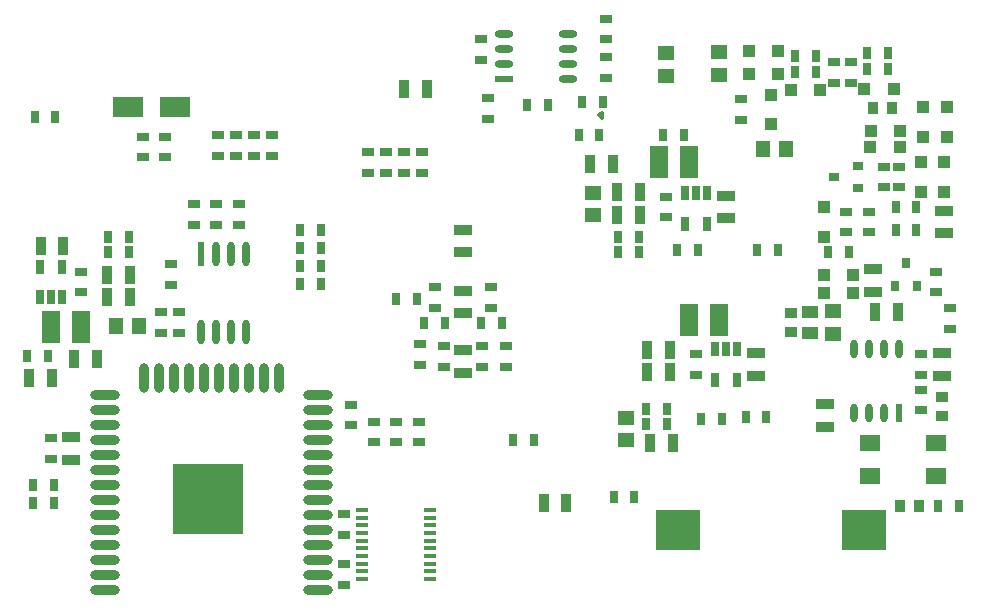
<source format=gbp>
G04 #@! TF.GenerationSoftware,KiCad,Pcbnew,5.0.0-rc2+dfsg1-3*
G04 #@! TF.CreationDate,2018-07-05T03:27:10+02:00*
G04 #@! TF.ProjectId,ulx3s,756C7833732E6B696361645F70636200,rev?*
G04 #@! TF.SameCoordinates,Original*
G04 #@! TF.FileFunction,Paste,Bot*
G04 #@! TF.FilePolarity,Positive*
%FSLAX46Y46*%
G04 Gerber Fmt 4.6, Leading zero omitted, Abs format (unit mm)*
G04 Created by KiCad (PCBNEW 5.0.0-rc2+dfsg1-3) date Thu Jul  5 03:27:10 2018*
%MOMM*%
%LPD*%
G01*
G04 APERTURE LIST*
%ADD10C,0.350000*%
%ADD11R,3.700000X3.500000*%
%ADD12R,1.550000X0.600000*%
%ADD13O,1.550000X0.600000*%
%ADD14R,0.600000X2.100000*%
%ADD15O,0.600000X2.100000*%
%ADD16R,0.600000X1.550000*%
%ADD17O,0.600000X1.550000*%
%ADD18R,1.000000X0.400000*%
%ADD19R,0.700000X1.200000*%
%ADD20O,2.500000X0.900000*%
%ADD21O,0.900000X2.500000*%
%ADD22R,6.000000X6.000000*%
%ADD23R,1.800000X1.400000*%
%ADD24R,0.970000X1.500000*%
%ADD25R,0.670000X1.000000*%
%ADD26R,1.500000X0.970000*%
%ADD27R,1.000000X0.670000*%
%ADD28R,1.000000X1.000000*%
%ADD29R,1.500000X2.700000*%
%ADD30R,1.295000X1.400000*%
%ADD31R,1.400000X1.295000*%
%ADD32R,2.500000X1.800000*%
%ADD33R,0.800000X0.900000*%
%ADD34R,0.900000X0.800000*%
%ADD35R,0.820000X1.000000*%
%ADD36R,1.000000X0.820000*%
%ADD37R,1.400000X1.120000*%
G04 APERTURE END LIST*
D10*
G04 #@! TO.C,GPDI1*
X150296000Y-71062000D02*
X150046000Y-70812000D01*
X150046000Y-70812000D02*
X150296000Y-70562000D01*
X150296000Y-70562000D02*
X150296000Y-71062000D01*
G04 #@! TD*
D11*
G04 #@! TO.C,BAT1*
X172485000Y-105870000D03*
X156685000Y-105870000D03*
G04 #@! TD*
D12*
G04 #@! TO.C,U11*
X141980000Y-67706500D03*
D13*
X141980000Y-66436500D03*
X141980000Y-65166500D03*
X141980000Y-63896500D03*
X147380000Y-63896500D03*
X147380000Y-65166500D03*
X147380000Y-66436500D03*
X147380000Y-67706500D03*
G04 #@! TD*
D14*
G04 #@! TO.C,U10*
X116340000Y-82520000D03*
D15*
X117610000Y-82520000D03*
X118880000Y-82520000D03*
X120150000Y-82520000D03*
X120150000Y-89124000D03*
X118880000Y-89124000D03*
X117610000Y-89124000D03*
X116340000Y-89124000D03*
G04 #@! TD*
D16*
G04 #@! TO.C,U7*
X175395000Y-96015000D03*
D17*
X174125000Y-96015000D03*
X172855000Y-96015000D03*
X171585000Y-96015000D03*
X171585000Y-90615000D03*
X172855000Y-90615000D03*
X174125000Y-90615000D03*
X175395000Y-90615000D03*
G04 #@! TD*
D18*
G04 #@! TO.C,U6*
X129935000Y-104215000D03*
X129935000Y-104865000D03*
X129935000Y-105515000D03*
X129935000Y-106165000D03*
X129935000Y-106815000D03*
X129935000Y-107465000D03*
X129935000Y-108115000D03*
X129935000Y-108765000D03*
X129935000Y-109415000D03*
X129935000Y-110065000D03*
X135735000Y-110065000D03*
X135735000Y-109415000D03*
X135735000Y-108765000D03*
X135735000Y-108115000D03*
X135735000Y-107465000D03*
X135735000Y-106815000D03*
X135735000Y-106165000D03*
X135735000Y-105515000D03*
X135735000Y-104865000D03*
X135735000Y-104215000D03*
G04 #@! TD*
D19*
G04 #@! TO.C,U5*
X157285000Y-77392000D03*
X158235000Y-77392000D03*
X159185000Y-77392000D03*
X159185000Y-79992000D03*
X157285000Y-79992000D03*
G04 #@! TD*
G04 #@! TO.C,U3*
X159825000Y-90600000D03*
X160775000Y-90600000D03*
X161725000Y-90600000D03*
X161725000Y-93200000D03*
X159825000Y-93200000D03*
G04 #@! TD*
G04 #@! TO.C,U4*
X104575000Y-86215000D03*
X103625000Y-86215000D03*
X102675000Y-86215000D03*
X102675000Y-83615000D03*
X104575000Y-83615000D03*
G04 #@! TD*
D20*
G04 #@! TO.C,U9*
X126230000Y-111000000D03*
X126230000Y-109730000D03*
X126230000Y-108460000D03*
X126230000Y-107190000D03*
X126230000Y-105920000D03*
X126230000Y-104650000D03*
X126230000Y-103380000D03*
X126230000Y-102110000D03*
X126230000Y-100840000D03*
X126230000Y-99570000D03*
X126230000Y-98300000D03*
X126230000Y-97030000D03*
X126230000Y-95760000D03*
X126230000Y-94490000D03*
D21*
X122945000Y-93000000D03*
X121675000Y-93000000D03*
X120405000Y-93000000D03*
X119135000Y-93000000D03*
X117865000Y-93000000D03*
X116595000Y-93000000D03*
X115325000Y-93000000D03*
X114055000Y-93000000D03*
X112785000Y-93000000D03*
X111515000Y-93000000D03*
D20*
X108230000Y-94490000D03*
X108230000Y-95760000D03*
X108230000Y-97030000D03*
X108230000Y-98300000D03*
X108230000Y-99570000D03*
X108230000Y-100840000D03*
X108230000Y-102110000D03*
X108230000Y-103380000D03*
X108230000Y-104650000D03*
X108230000Y-105920000D03*
X108230000Y-107190000D03*
X108230000Y-108460000D03*
X108230000Y-109730000D03*
X108230000Y-111000000D03*
D22*
X116930000Y-103300000D03*
G04 #@! TD*
D23*
G04 #@! TO.C,Y2*
X178576000Y-98522000D03*
X172976000Y-98522000D03*
X172976000Y-101322000D03*
X178576000Y-101322000D03*
G04 #@! TD*
D24*
G04 #@! TO.C,C47*
X133546000Y-68550000D03*
X135456000Y-68550000D03*
G04 #@! TD*
G04 #@! TO.C,C1*
X102748500Y-81885000D03*
X104658500Y-81885000D03*
G04 #@! TD*
D25*
G04 #@! TO.C,C2*
X153985000Y-96910000D03*
X155735000Y-96910000D03*
G04 #@! TD*
D24*
G04 #@! TO.C,C3*
X156015000Y-90630000D03*
X154105000Y-90630000D03*
G04 #@! TD*
G04 #@! TO.C,C4*
X154105000Y-92535000D03*
X156015000Y-92535000D03*
G04 #@! TD*
D26*
G04 #@! TO.C,C5*
X163315000Y-90945000D03*
X163315000Y-92855000D03*
G04 #@! TD*
D25*
G04 #@! TO.C,C6*
X151645000Y-82375000D03*
X153395000Y-82375000D03*
G04 #@! TD*
D24*
G04 #@! TO.C,C7*
X153475000Y-79200000D03*
X151565000Y-79200000D03*
G04 #@! TD*
G04 #@! TO.C,C8*
X153475000Y-77295000D03*
X151565000Y-77295000D03*
G04 #@! TD*
D26*
G04 #@! TO.C,C9*
X160775000Y-79520000D03*
X160775000Y-77610000D03*
G04 #@! TD*
D25*
G04 #@! TO.C,C10*
X108465000Y-81105000D03*
X110215000Y-81105000D03*
G04 #@! TD*
D24*
G04 #@! TO.C,C11*
X108385000Y-84280000D03*
X110295000Y-84280000D03*
G04 #@! TD*
G04 #@! TO.C,C12*
X110295000Y-86185000D03*
X108385000Y-86185000D03*
G04 #@! TD*
D26*
G04 #@! TO.C,C13*
X173221000Y-83833000D03*
X173221000Y-85743000D03*
G04 #@! TD*
D27*
G04 #@! TO.C,C14*
X175380000Y-76900000D03*
X175380000Y-75150000D03*
G04 #@! TD*
D26*
G04 #@! TO.C,C15*
X105276000Y-99967000D03*
X105276000Y-98057000D03*
G04 #@! TD*
D24*
G04 #@! TO.C,C16*
X173424000Y-87473000D03*
X175334000Y-87473000D03*
G04 #@! TD*
D26*
G04 #@! TO.C,C17*
X138500000Y-90665000D03*
X138500000Y-92575000D03*
G04 #@! TD*
D27*
G04 #@! TO.C,C18*
X150589600Y-64359000D03*
X150589600Y-62609000D03*
G04 #@! TD*
D26*
G04 #@! TO.C,C19*
X138500000Y-82375000D03*
X138500000Y-80465000D03*
G04 #@! TD*
G04 #@! TO.C,C20*
X138500000Y-87575000D03*
X138500000Y-85665000D03*
G04 #@! TD*
D24*
G04 #@! TO.C,C21*
X103706000Y-93061000D03*
X101796000Y-93061000D03*
G04 #@! TD*
G04 #@! TO.C,C22*
X154359000Y-98504000D03*
X156269000Y-98504000D03*
G04 #@! TD*
G04 #@! TO.C,C23*
X105591000Y-91392000D03*
X107501000Y-91392000D03*
G04 #@! TD*
G04 #@! TO.C,C24*
X151189000Y-74882000D03*
X149279000Y-74882000D03*
G04 #@! TD*
D27*
G04 #@! TO.C,C25*
X140900000Y-87095000D03*
X140900000Y-85345000D03*
G04 #@! TD*
G04 #@! TO.C,C26*
X136100000Y-87095000D03*
X136100000Y-85345000D03*
G04 #@! TD*
G04 #@! TO.C,C27*
X136900000Y-92095000D03*
X136900000Y-90345000D03*
G04 #@! TD*
G04 #@! TO.C,C28*
X140100000Y-90345000D03*
X140100000Y-92095000D03*
G04 #@! TD*
G04 #@! TO.C,C29*
X142100000Y-92095000D03*
X142100000Y-90345000D03*
G04 #@! TD*
G04 #@! TO.C,C30*
X134900000Y-90145000D03*
X134900000Y-91895000D03*
G04 #@! TD*
D25*
G04 #@! TO.C,C31*
X135225000Y-88420000D03*
X136975000Y-88420000D03*
G04 #@! TD*
G04 #@! TO.C,C32*
X140025000Y-88420000D03*
X141775000Y-88420000D03*
G04 #@! TD*
G04 #@! TO.C,C33*
X163425000Y-82220000D03*
X165175000Y-82220000D03*
G04 #@! TD*
G04 #@! TO.C,C34*
X158375000Y-82220000D03*
X156625000Y-82220000D03*
G04 #@! TD*
D27*
G04 #@! TO.C,C35*
X177300000Y-94025000D03*
X177300000Y-95775000D03*
G04 #@! TD*
D24*
G04 #@! TO.C,C46*
X145342000Y-103584000D03*
X147252000Y-103584000D03*
G04 #@! TD*
D25*
G04 #@! TO.C,C48*
X103995000Y-70963000D03*
X102245000Y-70963000D03*
G04 #@! TD*
G04 #@! TO.C,C49*
X103372000Y-91156000D03*
X101622000Y-91156000D03*
G04 #@! TD*
D27*
G04 #@! TO.C,C50*
X179713000Y-88856000D03*
X179713000Y-87106000D03*
G04 #@! TD*
D25*
G04 #@! TO.C,C51*
X180473000Y-103856000D03*
X178723000Y-103856000D03*
G04 #@! TD*
G04 #@! TO.C,C52*
X158645000Y-96490000D03*
X160395000Y-96490000D03*
G04 #@! TD*
G04 #@! TO.C,C53*
X132827200Y-86330000D03*
X134577200Y-86330000D03*
G04 #@! TD*
D26*
G04 #@! TO.C,C54*
X169172000Y-95281000D03*
X169172000Y-97191000D03*
G04 #@! TD*
G04 #@! TO.C,D11*
X179190000Y-80790000D03*
X179190000Y-78880000D03*
G04 #@! TD*
D28*
G04 #@! TO.C,D10*
X169050000Y-84280000D03*
X171550000Y-84280000D03*
G04 #@! TD*
G04 #@! TO.C,D12*
X169030000Y-78585000D03*
X169030000Y-81085000D03*
G04 #@! TD*
G04 #@! TO.C,D13*
X171550000Y-85804000D03*
X169050000Y-85804000D03*
G04 #@! TD*
G04 #@! TO.C,D14*
X179190000Y-74775000D03*
X179190000Y-77275000D03*
G04 #@! TD*
G04 #@! TO.C,D15*
X177285000Y-77275000D03*
X177285000Y-74775000D03*
G04 #@! TD*
G04 #@! TO.C,D16*
X172987000Y-73503000D03*
X175487000Y-73503000D03*
G04 #@! TD*
G04 #@! TO.C,D17*
X164585000Y-69060000D03*
X164585000Y-71560000D03*
G04 #@! TD*
G04 #@! TO.C,D20*
X168756000Y-68659000D03*
X166256000Y-68659000D03*
G04 #@! TD*
G04 #@! TO.C,D21*
X174979000Y-68550000D03*
X172479000Y-68550000D03*
G04 #@! TD*
G04 #@! TO.C,D23*
X165200000Y-67262000D03*
X162700000Y-67262000D03*
G04 #@! TD*
G04 #@! TO.C,D24*
X162700000Y-65357000D03*
X165200000Y-65357000D03*
G04 #@! TD*
G04 #@! TO.C,D25*
X177412000Y-72594000D03*
X177412000Y-70094000D03*
G04 #@! TD*
G04 #@! TO.C,D26*
X179444000Y-70094000D03*
X179444000Y-72594000D03*
G04 #@! TD*
D27*
G04 #@! TO.C,R49*
X113277000Y-74360000D03*
X113277000Y-72610000D03*
G04 #@! TD*
G04 #@! TO.C,R50*
X111372000Y-72610000D03*
X111372000Y-74360000D03*
G04 #@! TD*
D25*
G04 #@! TO.C,R51*
X155455000Y-72487000D03*
X157205000Y-72487000D03*
G04 #@! TD*
D27*
G04 #@! TO.C,R52*
X171331000Y-66278000D03*
X171331000Y-68028000D03*
G04 #@! TD*
G04 #@! TO.C,R53*
X169919000Y-68028000D03*
X169919000Y-66278000D03*
G04 #@! TD*
D25*
G04 #@! TO.C,R54*
X174477000Y-65502000D03*
X172727000Y-65502000D03*
G04 #@! TD*
D27*
G04 #@! TO.C,R56*
X128390000Y-106321000D03*
X128390000Y-104571000D03*
G04 #@! TD*
G04 #@! TO.C,R57*
X117722000Y-72483000D03*
X117722000Y-74233000D03*
G04 #@! TD*
G04 #@! TO.C,R58*
X119246000Y-74233000D03*
X119246000Y-72483000D03*
G04 #@! TD*
G04 #@! TO.C,R59*
X120770000Y-72483000D03*
X120770000Y-74233000D03*
G04 #@! TD*
G04 #@! TO.C,R60*
X122294000Y-74233000D03*
X122294000Y-72483000D03*
G04 #@! TD*
D25*
G04 #@! TO.C,R61*
X145655000Y-69900000D03*
X143905000Y-69900000D03*
G04 #@! TD*
G04 #@! TO.C,R40*
X166631000Y-65738000D03*
X168381000Y-65738000D03*
G04 #@! TD*
D27*
G04 #@! TO.C,R55*
X134740000Y-96740000D03*
X134740000Y-98490000D03*
G04 #@! TD*
D26*
G04 #@! TO.C,C55*
X179078000Y-90963000D03*
X179078000Y-92873000D03*
G04 #@! TD*
D27*
G04 #@! TO.C,R65*
X177300000Y-92793000D03*
X177300000Y-91043000D03*
G04 #@! TD*
D29*
G04 #@! TO.C,L1*
X160140000Y-88090000D03*
X157600000Y-88090000D03*
G04 #@! TD*
G04 #@! TO.C,L2*
X103625000Y-88725000D03*
X106165000Y-88725000D03*
G04 #@! TD*
G04 #@! TO.C,L3*
X155060000Y-74755000D03*
X157600000Y-74755000D03*
G04 #@! TD*
D25*
G04 #@! TO.C,R1*
X171175000Y-82375000D03*
X169425000Y-82375000D03*
G04 #@! TD*
D27*
G04 #@! TO.C,R2*
X172840000Y-78960000D03*
X172840000Y-80710000D03*
G04 #@! TD*
G04 #@! TO.C,R3*
X162045000Y-71185000D03*
X162045000Y-69435000D03*
G04 #@! TD*
D25*
G04 #@! TO.C,R4*
X176890000Y-80470000D03*
X175140000Y-80470000D03*
G04 #@! TD*
D27*
G04 #@! TO.C,R5*
X174110000Y-75150000D03*
X174110000Y-76900000D03*
G04 #@! TD*
G04 #@! TO.C,R6*
X178555000Y-85790000D03*
X178555000Y-84040000D03*
G04 #@! TD*
G04 #@! TO.C,R7*
X113785000Y-85155000D03*
X113785000Y-83405000D03*
G04 #@! TD*
G04 #@! TO.C,R8*
X170935000Y-80710000D03*
X170935000Y-78960000D03*
G04 #@! TD*
G04 #@! TO.C,R9*
X128390000Y-110555000D03*
X128390000Y-108805000D03*
G04 #@! TD*
D25*
G04 #@! TO.C,R10*
X151264000Y-103076000D03*
X153014000Y-103076000D03*
G04 #@! TD*
D27*
G04 #@! TO.C,R11*
X119515000Y-80093000D03*
X119515000Y-78343000D03*
G04 #@! TD*
G04 #@! TO.C,R12*
X114420000Y-89219000D03*
X114420000Y-87469000D03*
G04 #@! TD*
D25*
G04 #@! TO.C,R13*
X175140000Y-78565000D03*
X176890000Y-78565000D03*
G04 #@! TD*
G04 #@! TO.C,R14*
X124721000Y-85060000D03*
X126471000Y-85060000D03*
G04 #@! TD*
G04 #@! TO.C,R15*
X126471000Y-83536000D03*
X124721000Y-83536000D03*
G04 #@! TD*
G04 #@! TO.C,R16*
X124721000Y-82012000D03*
X126471000Y-82012000D03*
G04 #@! TD*
G04 #@! TO.C,R17*
X126471000Y-80470000D03*
X124721000Y-80470000D03*
G04 #@! TD*
D27*
G04 #@! TO.C,R18*
X130422000Y-73898000D03*
X130422000Y-75648000D03*
G04 #@! TD*
G04 #@! TO.C,R19*
X131961000Y-73898000D03*
X131961000Y-75648000D03*
G04 #@! TD*
G04 #@! TO.C,R20*
X133485000Y-73898000D03*
X133485000Y-75648000D03*
G04 #@! TD*
G04 #@! TO.C,R21*
X135009000Y-75648000D03*
X135009000Y-73898000D03*
G04 #@! TD*
G04 #@! TO.C,R22*
X140025500Y-66105000D03*
X140025500Y-64355000D03*
G04 #@! TD*
G04 #@! TO.C,R23*
X140597000Y-71076000D03*
X140597000Y-69326000D03*
G04 #@! TD*
G04 #@! TO.C,R24*
X150615000Y-67647000D03*
X150615000Y-65897000D03*
G04 #@! TD*
D25*
G04 #@! TO.C,R25*
X148300000Y-72487000D03*
X150050000Y-72487000D03*
G04 #@! TD*
G04 #@! TO.C,R26*
X150362000Y-69693000D03*
X148612000Y-69693000D03*
G04 #@! TD*
D27*
G04 #@! TO.C,R27*
X129025000Y-95300000D03*
X129025000Y-97050000D03*
G04 #@! TD*
G04 #@! TO.C,R28*
X117595000Y-78343000D03*
X117595000Y-80093000D03*
G04 #@! TD*
G04 #@! TO.C,R29*
X112896000Y-89219000D03*
X112896000Y-87469000D03*
G04 #@! TD*
G04 #@! TO.C,R30*
X115690000Y-78343000D03*
X115690000Y-80093000D03*
G04 #@! TD*
D25*
G04 #@! TO.C,R31*
X142755000Y-98250000D03*
X144505000Y-98250000D03*
G04 #@! TD*
D27*
G04 #@! TO.C,R32*
X132835000Y-98490000D03*
X132835000Y-96740000D03*
G04 #@! TD*
G04 #@! TO.C,R33*
X130930000Y-96740000D03*
X130930000Y-98490000D03*
G04 #@! TD*
D25*
G04 #@! TO.C,R34*
X102115000Y-103600000D03*
X103865000Y-103600000D03*
G04 #@! TD*
G04 #@! TO.C,R35*
X102115000Y-102060000D03*
X103865000Y-102060000D03*
G04 #@! TD*
D27*
G04 #@! TO.C,R38*
X103576500Y-99905000D03*
X103576500Y-98155000D03*
G04 #@! TD*
D25*
G04 #@! TO.C,R39*
X164190000Y-96345000D03*
X162440000Y-96345000D03*
G04 #@! TD*
G04 #@! TO.C,R63*
X168381000Y-67135000D03*
X166631000Y-67135000D03*
G04 #@! TD*
G04 #@! TO.C,R64*
X174475000Y-66899000D03*
X172725000Y-66899000D03*
G04 #@! TD*
G04 #@! TO.C,RA1*
X153985000Y-95640000D03*
X155735000Y-95640000D03*
G04 #@! TD*
G04 #@! TO.C,RA2*
X110215000Y-82375000D03*
X108465000Y-82375000D03*
G04 #@! TD*
G04 #@! TO.C,RA3*
X151645000Y-81105000D03*
X153395000Y-81105000D03*
G04 #@! TD*
D27*
G04 #@! TO.C,RB1*
X158235000Y-92775000D03*
X158235000Y-91025000D03*
G04 #@! TD*
G04 #@! TO.C,RB2*
X106165000Y-85790000D03*
X106165000Y-84040000D03*
G04 #@! TD*
G04 #@! TO.C,RB3*
X155695000Y-79440000D03*
X155695000Y-77690000D03*
G04 #@! TD*
D30*
G04 #@! TO.C,RD9*
X165821500Y-73630000D03*
X163886500Y-73630000D03*
G04 #@! TD*
D31*
G04 #@! TO.C,RD51*
X155710000Y-65550500D03*
X155710000Y-67485500D03*
G04 #@! TD*
G04 #@! TO.C,RD52*
X160155000Y-67358500D03*
X160155000Y-65423500D03*
G04 #@! TD*
G04 #@! TO.C,RP1*
X152281000Y-96393500D03*
X152281000Y-98328500D03*
G04 #@! TD*
D30*
G04 #@! TO.C,RP2*
X111069500Y-88598000D03*
X109134500Y-88598000D03*
G04 #@! TD*
D31*
G04 #@! TO.C,RP3*
X149472000Y-77343500D03*
X149472000Y-79278500D03*
G04 #@! TD*
D32*
G04 #@! TO.C,D8*
X110149000Y-70074000D03*
X114149000Y-70074000D03*
G04 #@! TD*
D33*
G04 #@! TO.C,Q1*
X176015000Y-83280000D03*
X175065000Y-85280000D03*
X176965000Y-85280000D03*
G04 #@! TD*
D34*
G04 #@! TO.C,Q2*
X171935000Y-75075000D03*
X171935000Y-76975000D03*
X169935000Y-76025000D03*
G04 #@! TD*
D28*
G04 #@! TO.C,D27*
X175502000Y-72106000D03*
X173002000Y-72106000D03*
G04 #@! TD*
D35*
G04 #@! TO.C,R66*
X173198000Y-70201000D03*
X174798000Y-70201000D03*
G04 #@! TD*
D36*
G04 #@! TO.C,C56*
X179078000Y-96274000D03*
X179078000Y-94674000D03*
G04 #@! TD*
D35*
G04 #@! TO.C,C57*
X177084000Y-103856000D03*
X175484000Y-103856000D03*
G04 #@! TD*
D37*
G04 #@! TO.C,C58*
X167902000Y-89242000D03*
X167902000Y-87482000D03*
G04 #@! TD*
D36*
G04 #@! TO.C,C59*
X166251000Y-89162000D03*
X166251000Y-87562000D03*
G04 #@! TD*
D31*
G04 #@! TO.C,L4*
X169807000Y-87394500D03*
X169807000Y-89329500D03*
G04 #@! TD*
M02*

</source>
